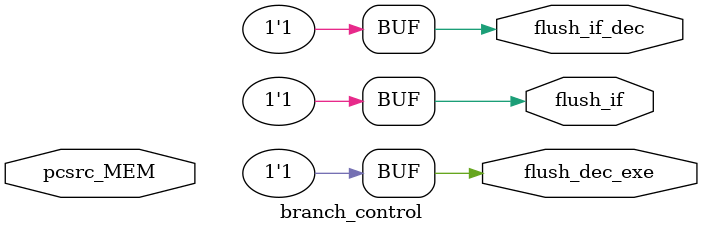
<source format=sv>
module branch_control (input logic pcsrc_MEM,
                       output logic flush_if,
                       output logic flush_if_dec,
							  output logic flush_dec_exe);
	always_comb begin
	    if (pcsrc_MEM) begin
		     flush_if = 1'b1;
			  flush_if_dec = 1'b1;
			  flush_dec_exe = 1'b1; 
		 end else begin
		         flush_if = 1'b1;
					flush_if_dec = 1'b1;
					flush_dec_exe = 1'b1;
		     end 
	end
endmodule 
</source>
